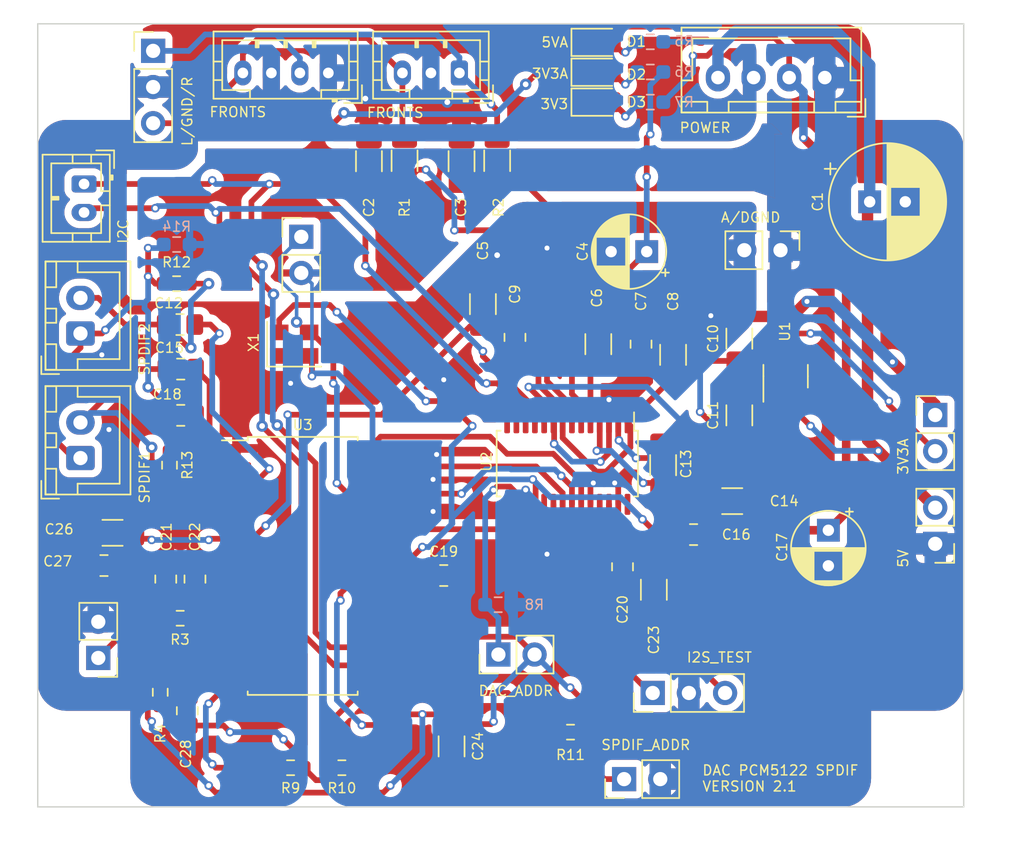
<source format=kicad_pcb>
(kicad_pcb (version 20221018) (generator pcbnew)
  (layers (0 "F.Cu" signal) (31 "B.Cu" signal) (34 "B.Paste" user) (35 "F.Paste" user) (36 "B.SilkS" user "B.Silkscreen") (37 "F.SilkS" user "F.Silkscreen") (38 "B.Mask" user) (39 "F.Mask" user) (44 "Edge.Cuts" user))
  (net 0 "")
  (net 1 "3V3")
  (net 2 "AGND")
  (net 3 "VOUT1")
  (net 4 "LEFT_FRONT")
  (net 5 "VOUT2")
  (net 6 "RIGHT_FRONT")
  (net 7 "Net-(D1-A)")
  (net 8 "Net-(D2-A)")
  (net 9 "GND")
  (net 10 "Net-(U2-VNEG)")
  (net 11 "5V")
  (net 12 "I2S_DATA")
  (net 13 "I2S_BCLK")
  (net 14 "I2S_LRCLK")
  (net 15 "3V3A")
  (net 16 "I2S_SCLK")
  (net 17 "Net-(U2-CAPP)")
  (net 18 "Net-(U2-CAPM)")
  (net 19 "Net-(U2-LDOO)")
  (net 20 "Net-(D3-A)")
  (net 25 "SCL")
  (net 26 "SDA")
  (net 28 "I2C_ADDR")
  (net 29 "Net-(U3-~{RESET})")
  (net 31 "SPDIF_P1")
  (net 32 "SPDIF_P2")
  (net 33 "Net-(U3-RXN)")
  (net 34 "Net-(U3-RXP0)")
  (net 35 "Net-(U3-RXP1)")
  (net 36 "FILT")
  (net 37 "Net-(C21-Pad1)")
  (net 38 "Net-(U3-AD0{slash}~{CS}{slash}NV{slash}RERR)")
  (net 39 "Net-(U3-AD1{slash}CDIN{slash}~{AUDIO})")
  (net 40 "Net-(J11-Pin_1)")
  (net 41 "OMCK")
  (net 43 "GPO0")
  (net 44 "FGND")
  (footprint "LED_SMD:LED_0805_2012Metric_Pad1.15x1.40mm_HandSolder" (layer "F.Cu") (at 77.125 27.9)
    (fp_text reference "D2")
    (fp_text value "YELLOW")
  )
  (footprint "Capacitor_SMD:C_0805_2012Metric_Pad1.18x1.45mm_HandSolder" (layer "F.Cu") (at 47.8375 48.75)
    (fp_text reference "C15")
    (fp_text value "0.01u")
  )
  (footprint "Capacitor_SMD:C_1206_3216Metric_Pad1.33x1.80mm_HandSolder" (layer "F.Cu") (at 81.7 55.5 90)
    (fp_text reference "C13")
    (fp_text value "2.2u")
  )
  (footprint "Resistor_SMD:R_1206_3216Metric_Pad1.30x1.75mm_HandSolder" (layer "F.Cu") (at 70.05 34.12 -90)
    (fp_text reference "R2")
    (fp_text value "470R")
  )
  (footprint "LED_SMD:LED_0805_2012Metric_Pad1.15x1.40mm_HandSolder" (layer "F.Cu") (at 77.125 25.8)
    (fp_text reference "D1")
    (fp_text value "BLUE")
  )
  (footprint "Capacitor_SMD:C_1206_3216Metric_Pad1.33x1.80mm_HandSolder" (layer "F.Cu") (at 81.05 64.25 -90)
    (fp_text reference "C23")
    (fp_text value "10u")
  )
  (footprint "Capacitor_SMD:C_1206_3216Metric_Pad1.33x1.80mm_HandSolder" (layer "F.Cu") (at 86.55 58.025)
    (fp_text reference "C14")
    (fp_text value "10u")
  )
  (footprint "Capacitor_SMD:C_0805_2012Metric_Pad1.18x1.45mm_HandSolder" (layer "F.Cu") (at 71.3 46.525 90)
    (fp_text reference "C9")
    (fp_text value "0.1u")
  )
  (footprint "Capacitor_SMD:C_1206_3216Metric_Pad1.33x1.80mm_HandSolder" (layer "F.Cu") (at 87.05 52 -90)
    (fp_text reference "C11")
    (fp_text value "1u")
  )
  (footprint "Connector_PinHeader_2.54mm:PinHeader_1x03_P2.54mm_Vertical" (layer "F.Cu") (at 80.97 71.5 90)
    (fp_text reference "J13" hide)
    (fp_text value "Conn_01x03_Pin")
  )
  (footprint "Package_SO:TSSOP-28_4.4x9.7mm_P0.65mm" (layer "F.Cu") (at 74.975 55.3875 -90)
    (fp_text reference "U2")
    (fp_text value "PCM5122PW")
  )
  (footprint "Connector_PinHeader_2.54mm:PinHeader_1x02_P2.54mm_Vertical" (layer "F.Cu") (at 56.3 39.46)
    (fp_text reference "J14" hide)
    (fp_text value "Conn_01x02_Pin")
  )
  (footprint "Capacitor_SMD:C_1206_3216Metric_Pad1.33x1.80mm_HandSolder" (layer "F.Cu") (at 67.55 34.15 -90)
    (fp_text reference "C3")
    (fp_text value "2.2n")
  )
  (footprint "Resistor_SMD:R_0603_1608Metric_Pad0.98x0.95mm_HandSolder" (layer "F.Cu") (at 46.4 71.45 90)
    (fp_text reference "R4")
    (fp_text value "100k")
  )
  (footprint "Resistor_SMD:R_0603_1608Metric_Pad0.98x0.95mm_HandSolder" (layer "F.Cu") (at 59.15 76.75 180)
    (fp_text reference "R10")
    (fp_text value "4.7K")
  )
  (footprint "Connector_JST:JST_PH_B3B-PH-K_1x03_P2.00mm_Vertical" (layer "F.Cu") (at 67.4 27.95 180)
    (fp_text reference "J2" hide)
    (fp_text value "Conn_01x03_Pin")
  )
  (footprint "Resistor_SMD:R_0603_1608Metric_Pad0.98x0.95mm_HandSolder" (layer "F.Cu") (at 55.55 76.75 180)
    (fp_text reference "R9")
    (fp_text value "4.7K")
  )
  (footprint "Resistor_SMD:R_1206_3216Metric_Pad1.30x1.75mm_HandSolder" (layer "F.Cu") (at 63.55 34.12 -90)
    (fp_text reference "R1")
    (fp_text value "470R")
  )
  (footprint "Capacitor_SMD:C_1206_3216Metric_Pad1.33x1.80mm_HandSolder" (layer "F.Cu") (at 43.05 60.25)
    (fp_text reference "C26")
    (fp_text value "10u")
  )
  (footprint "Resistor_SMD:R_0603_1608Metric_Pad0.98x0.95mm_HandSolder" (layer "F.Cu") (at 47.05 55.5 90)
    (fp_text reference "R13")
    (fp_text value "75R")
  )
  (footprint "Capacitor_SMD:C_0805_2012Metric_Pad1.18x1.45mm_HandSolder" (layer "F.Cu") (at 48.3 72.75 90)
    (fp_text reference "C28")
    (fp_text value "1u")
  )
  (footprint "Resistor_SMD:R_0603_1608Metric_Pad0.98x0.95mm_HandSolder" (layer "F.Cu") (at 75.2 74.25 180)
    (fp_text reference "R11")
    (fp_text value "4.7K")
  )
  (footprint "Connector_JST:JST_PH_B2B-PH-K_1x02_P2.00mm_Vertical" (layer "F.Cu") (at 41.05 35.75 -90)
    (fp_text reference "J4" hide)
    (fp_text value "Conn_01x02_Male")
  )
  (footprint "Capacitor_SMD:C_1206_3216Metric_Pad1.33x1.80mm_HandSolder" (layer "F.Cu") (at 82.4 47.75 90)
    (fp_text reference "C8")
    (fp_text value "10u")
  )
  (footprint "Package_TO_SOT_SMD:TSOT-23-5" (layer "F.Cu") (at 90.3 49.25 90)
    (fp_text reference "U1")
    (fp_text value "NCV8161")
  )
  (footprint "Capacitor_SMD:C_0805_2012Metric_Pad1.18x1.45mm_HandSolder" (layer "F.Cu") (at 46.7875 63.5 90)
    (fp_text reference "C21")
    (fp_text value "22n")
  )
  (footprint "Capacitor_THT:CP_Radial_D8.0mm_P2.50mm" (layer "F.Cu") (at 96.2 37)
    (fp_text reference "C1")
    (fp_text value " 330u 16V")
  )
  (footprint "Capacitor_SMD:C_0805_2012Metric_Pad1.18x1.45mm_HandSolder" (layer "F.Cu") (at 47.8375 52)
    (fp_text reference "C18")
    (fp_text value "0.01u")
  )
  (footprint "Oscillator:Oscillator_SMD_Abracon_ASE-4Pin_3.2x2.5mm" (layer "F.Cu") (at 55.8 47)
    (fp_text reference "X1")
    (fp_text value "ASE-xxxMHz")
  )
  (footprint "Connector_JST:JST_XH_B2B-XH-A_1x02_P2.50mm_Vertical" (layer "F.Cu") (at 40.8 55 90)
    (fp_text reference "J9" hide)
    (fp_text value "Conn_01x02_Male")
  )
  (footprint "Package_SO:SOIC-28W_7.5x17.9mm_P1.27mm" (layer "F.Cu") (at 56.4 62.575)
    (fp_text reference "U3")
    (fp_text value "CS8416-xZZ")
  )
  (footprint "Connector_PinHeader_2.54mm:PinHeader_1x02_P2.54mm_Vertical" (layer "F.Cu") (at 70.1375 68.8 90)
    (fp_text reference "J10" hide)
    (fp_text value "Conn_01x02_Pin")
  )
  (footprint "Capacitor_SMD:C_0805_2012Metric_Pad1.18x1.45mm_HandSolder" (layer "F.Cu") (at 80.15 47 -90)
    (fp_text reference "C7")
    (fp_text value "0.1u")
  )
  (footprint "Capacitor_THT:CP_Radial_D5.0mm_P2.50mm" (layer "F.Cu") (at 93.3 60.069888 -90)
    (fp_text reference "C17")
    (fp_text value "100u 16V")
  )
  (footprint "Connector_PinHeader_2.54mm:PinHeader_1x03_P2.54mm_Vertical" (layer "F.Cu") (at 45.9 26.4)
    (fp_text reference "J1" hide)
    (fp_text value "Conn_01x03_Male")
  )
  (footprint "Connector_PinHeader_2.54mm:PinHeader_1x02_P2.54mm_Vertical" (layer "F.Cu") (at 89.94 40.4 -90)
    (fp_text reference "J5" hide)
    (fp_text value "Conn_01x02_Pin")
  )
  (footprint "Resistor_SMD:R_0603_1608Metric_Pad0.98x0.95mm_HandSolder" (layer "F.Cu") (at 47.8 66.25)
    (fp_text reference "R3")
    (fp_text value "3K")
  )
  (footprint "Connector_PinHeader_2.54mm:PinHeader_1x02_P2.54mm_Vertical" (layer "F.Cu") (at 78.96 77.55 90)
    (fp_text reference "J11" hide)
    (fp_text value "Conn_01x02_Pin")
  )
  (footprint "MountingHole:MountingHole_3.2mm_M3" (layer "F.Cu") (at 100.3 77)
    (fp_text reference "H4" hide)
    (fp_text value "MountingHole")
  )
  (footprint "Capacitor_SMD:C_1206_3216Metric_Pad1.33x1.80mm_HandSolder" (layer "F.Cu") (at 87.05 46.6125 90)
    (fp_text reference "C10")
    (fp_text value "1u")
  )
  (footprint "Connector_PinHeader_2.54mm:PinHeader_1x02_P2.54mm_Vertical" (layer "F.Cu") (at 42.05 69.04 180)
    (fp_text reference "J15" hide)
    (fp_text value "Conn_01x02_Pin")
  )
  (footprint "Resistor_SMD:R_0603_1608Metric_Pad0.98x0.95mm_HandSolder" (layer "F.Cu") (at 47.55 42.75 180)
    (fp_text reference "R12")
    (fp_text value "75R")
  )
  (footprint "Connector_PinHeader_2.54mm:PinHeader_1x02_P2.54mm_Vertical" (layer "F.Cu") (at 100.8 61.025 180)
    (fp_text reference "J8" hide)
    (fp_text value "Conn_01x02_Pin")
  )
  (footprint "Capacitor_THT:CP_Radial_D5.0mm_P2.50mm" (layer "F.Cu") (at 80.55 40.5 180)
    (fp_text reference "C4")
    (fp_text value "100u 16V")
  )
  (footprint "Capacitor_SMD:C_1206_3216Metric_Pad1.33x1.80mm_HandSolder" (layer "F.Cu") (at 77.15 47 -90)
    (fp_text reference "C6")
    (fp_text value "2.2u")
  )
  (footprint "Capacitor_SMD:C_0805_2012Metric_Pad1.18x1.45mm_HandSolder" (layer "F.Cu") (at 66.3 63.25)
    (fp_text reference "C19")
    (fp_text value "0.1u")
  )
  (footprint "MountingHole:MountingHole_3.2mm_M3" (layer "F.Cu") (at 40.3 27)
    (fp_text reference "H1" hide)
    (fp_text value "MountingHole")
  )
  (footprint "Capacitor_SMD:C_0805_2012Metric_Pad1.18x1.45mm_HandSolder" (layer "F.Cu") (at 42.45 62.55)
    (fp_text reference "C27")
    (fp_text value "0.1u")
  )
  (footprint "Capacitor_SMD:C_1206_3216Metric_Pad1.33x1.80mm_HandSolder" (layer "F.Cu") (at 61.05 34.15 -90)
    (fp_text reference "C2")
    (fp_text value "2.2n")
  )
  (footprint "LED_SMD:LED_0805_2012Metric_Pad1.15x1.40mm_HandSolder" (layer "F.Cu") (at 77.125 30)
    (fp_text reference "D3")
    (fp_text value "YELLOW")
  )
  (footprint "Connector_JST:JST_XH_B2B-XH-A_1x02_P2.50mm_Vertical" (layer "F.Cu") (at 40.8 46.25 90)
    (fp_text reference "J7" hide)
    (fp_text value "Conn_01x02_Male")
  )
  (footprint "Connector_PinHeader_2.54mm:PinHeader_1x02_P2.54mm_Vertical" (layer "F.Cu") (at 100.8 51.975)
    (fp_text reference "J6" hide)
    (fp_text value "Conn_01x02_Pin")
  )
  (footprint "Connector_JST:JST_XH_B4B-XH-A_1x04_P2.50mm_Vertical" (layer "F.Cu") (at 93.05 28.275 180)
    (fp_text reference "J3" hide)
    (fp_text value "Conn_01x04_Pin")
  )
  (footprint "Capacitor_SMD:C_0805_2012Metric_Pad1.18x1.45mm_HandSolder" (layer "F.Cu") (at 48.8375 63.5 -90)
    (fp_text reference "C22")
    (fp_text value "1n")
  )
  (footprint "Capacitor_SMD:C_1206_3216Metric_Pad1.33x1.80mm_HandSolder" (layer "F.Cu") (at 66.85 75.25 -90)
    (fp_text reference "C24")
    (fp_text value "10u")
  )
  (footprint "MountingHole:MountingHole_3.2mm_M3" (layer "F.Cu") (at 40.3 77)
    (fp_text reference "H3" hide)
    (fp_text value "MountingHole")
  )
  (footprint "Capacitor_SMD:C_1206_3216Metric_Pad1.33x1.80mm_HandSolder" (layer "F.Cu") (at 69.05 44.1875 90)
    (fp_text reference "C5")
    (fp_text value "10u")
  )
  (footprint "Capacitor_SMD:C_0805_2012Metric_Pad1.18x1.45mm_HandSolder" (layer "F.Cu") (at 47.787478 45.620604)
    (fp_text reference "C12")
    (fp_text value "0.01u")
  )
  (footprint "Capacitor_SMD:C_0805_2012Metric_Pad1.18x1.45mm_HandSolder" (layer "F.Cu") (at 78.85 62.6375 -90)
    (fp_text reference "C20")
    (fp_text value "0.1u")
  )
  (footprint "MountingHole:MountingHole_3.2mm_M3" (layer "F.Cu") (at 100.3 27)
    (fp_text reference "H2" hide)
    (fp_text value "MountingHole")
  )
  (footprint "Connector_JST:JST_PH_B4B-PH-K_1x04_P2.00mm_Vertical" (layer "F.Cu") (at 58.2 27.95 180)
    (fp_text reference "J12" hide)
    (fp_text value "Conn_01x04_Pin")
  )
  (footprint "Capacitor_SMD:C_0805_2012Metric_Pad1.18x1.45mm_HandSolder" (layer "F.Cu") (at 83.8375 60.375 180)
    (fp_text reference "C16")
    (fp_text value "0.1u")
  )
  (footprint "Resistor_SMD:R_0603_1608Metric_Pad0.98x0.95mm_HandSolder" (layer "B.Cu") (at 70.1225 65.3)
    (fp_text reference "R8")
    (fp_text value "4.7K")
  )
  (footprint "Resistor_SMD:R_0603_1608Metric_Pad0.98x0.95mm_HandSolder" (layer "B.Cu") (at 80.8 30 180)
    (fp_text reference "R7")
    (fp_text value "430R")
  )
  (footprint "Resistor_SMD:R_0603_1608Metric_Pad0.98x0.95mm_HandSolder" (layer "B.Cu") (at 80.8 27.8825 180)
    (fp_text reference "R6")
    (fp_text value "430R")
  )
  (footprint "Resistor_SMD:R_0603_1608Metric_Pad0.98x0.95mm_HandSolder" (layer "B.Cu") (at 80.8 25.765 180)
    (fp_text reference "R5")
    (fp_text value "1K")
  )
  (footprint "Resistor_SMD:R_0603_1608Metric_Pad0.98x0.95mm_HandSolder" (layer "B.Cu") (at 47.55 40)
    (fp_text reference "R14")
    (fp_text value "FERRITE")
  )
  (gr_line (start 102.8 24.5) (end 102.8 79.5) (stroke (width 0.1)) (layer "Edge.Cuts"))
  (gr_line (start 37.8 24.5) (end 102.8 24.5) (stroke (width 0.1)) (layer "Edge.Cuts"))
  (gr_line (start 102.8 79.5) (end 37.8 79.5) (stroke (width 0.1)) (layer "Edge.Cuts"))
  (gr_line (start 37.8 79.5) (end 37.8 24.5) (stroke (width 0.1)) (layer "Edge.Cuts"))
  (gr_text "FRONTS" (at 49.8 30.7) (layer "F.SilkS") (effects (font (size 0.7 0.7) (thickness 0.1)) (justify left)))
  (gr_text "5V" (at 98.55 62.75 90) (layer "F.SilkS") (effects (font (size 0.7 0.7) (thickness 0.1)) (justify left)))
  (gr_text "5VA" (at 73.1 25.8) (layer "F.SilkS") (effects (font (size 0.7 0.7) (thickness 0.1)) (justify left)))
  (gr_text "POWER" (at 82.8 31.8) (layer "F.SilkS") (effects (font (size 0.7 0.7) (thickness 0.1)) (justify left)))
  (gr_text "3V3A" (at 72.433333 28) (layer "F.SilkS") (effects (font (size 0.7 0.7) (thickness 0.1)) (justify left)))
  (gr_text "I2C\n" (at 43.8 40 90) (layer "F.SilkS") (effects (font (size 0.7 0.7) (thickness 0.1)) (justify left)))
  (gr_text "FRONTS" (at 60.85 30.75) (layer "F.SilkS") (effects (font (size 0.7 0.7) (thickness 0.1)) (justify left)))
  (gr_text "DAC PCM5122 SPDIF\nVERSION 2.1" (at 84.4 77.5) (layer "F.SilkS") (effects (font (size 0.7 0.7) (thickness 0.1)) (justify left)))
  (gr_text "SPDIF_ADDR" (at 77.3 75.15) (layer "F.SilkS") (effects (font (size 0.7 0.7) (thickness 0.1)) (justify left)))
  (gr_text "L/GND/R" (at 48.3 33.14 90) (layer "F.SilkS") (effects (font (size 0.7 0.7) (thickness 0.1)) (justify left)))
  (gr_text "I2S_TEST" (at 83.3 69) (layer "F.SilkS") (effects (font (size 0.7 0.7) (thickness 0.1)) (justify left)))
  (gr_text "SPDIF2" (at 45.3 49.25 90) (layer "F.SilkS") (effects (font (size 0.7 0.7) (thickness 0.1)) (justify left)))
  (gr_text "A/DGND" (at 85.7 38.1) (layer "F.SilkS") (effects (font (size 0.7 0.7) (thickness 0.1)) (justify left)))
  (gr_text "3V3A" (at 98.55 56.225 90) (layer "F.SilkS") (effects (font (size 0.7 0.7) (thickness 0.1)) (justify left)))
  (gr_text "3V3" (at 73.033333 30.135) (layer "F.SilkS") (effects (font (size 0.7 0.7) (thickness 0.1)) (justify left)))
  (gr_text "DAC_ADDR" (at 68.6875 71.35) (layer "F.SilkS") (effects (font (size 0.7 0.7) (thickness 0.1)) (justify left)))
  (gr_text "SPDIF1" (at 45.3 58.25 90) (layer "F.SilkS") (effects (font (size 0.7 0.7) (thickness 0.1)) (justify left)))
  (segment (start 83.8 26.75) (end 84.8 26.75) (width 0.4) (layer "F.Cu") (net 1))
  (segment (start 54.75 45.3) (end 55.8 44.25) (width 0.4) (layer "F.Cu") (net 1))
  (segment (start 45.525 73.225) (end 45.8 73.5) (width 0.4) (layer "F.Cu") (net 1))
  (segment (start 62.15 73) (end 64.8 73) (width 0.4) (layer "F.Cu") (net 1))
  (segment (start 58.3 44.25) (end 58.8 44.75) (width 0.4) (layer "F.Cu") (net 1))
  (segment (start 72.7 58.25) (end 72.75 58.2) (width 0.4) (layer "F.Cu") (net 1))
  (segment (start 86.05 25.5) (end 89.55 25.5) (width 0.4) (layer "F.Cu") (net 1))
  (segment (start 66.3375 67.55) (end 71.4275 67.55) (width 0.4) (layer "F.Cu") (net 1))
  (segment (start 76.1125 72.0625) (end 75.175 71.125) (width 0.4) (layer "F.Cu") (net 1))
  (segment (start 82.8 60.375) (end 81.325 60.375) (width 0.4) (layer "F.Cu") (net 1))
  (segment (start 87.032388 60.069888) (end 84.9875 58.025) (width 0.6) (layer "F.Cu") (net 1))
  (segment (start 59.3 64.25) (end 59.3 61.395) (width 0.4) (layer "F.Cu") (net 1))
  (segment (start 45.525 71.4125) (end 45.525 73.225) (width 0.4) (layer "F.Cu") (net 1))
  (segment (start 65.2625 66.475) (end 66.3375 67.55) (width 0.4) (layer "F.Cu") (net 1))
  (segment (start 80.25 59.3) (end 79.2 58.25) (width 0.4) (layer "F.Cu") (net 1))
  (segment (start 62.6825 60.67) (end 61.05 60.67) (width 0.4) (layer "F.Cu") (net 1))
  (segment (start 84.8 26.75) (end 86.05 25.5) (width 0.4) (layer "F.Cu") (net 1))
  (segment (start 64.03125 62.01875) (end 62.6825 60.67) (width 0.4) (layer "F.Cu") (net 1))
  (segment (start 66.1625 73) (end 66.85 73.6875) (width 0.4) (layer "F.Cu") (net 1))
  (segment (start 50.3 78.5) (end 49.8 78) (width 0.4) (layer "F.Cu") (net 1))
  (segment (start 84.9875 58.1875) (end 82.8 60.375) (width 0.6) (layer "F.Cu") (net 1))
  (segment (start 62.05 78.5) (end 50.3 78.5) (width 0.4) (layer "F.Cu") (net 1))
  (segment (start 72.75 58.2) (end 72.75 56.7) (width 0.4) (layer "F.Cu") (net 1))
  (segment (start 94.55 35.5) (end 91.55 32.5) (width 0.6) (layer "F.Cu") (net 1))
  (segment (start 59.3 61.395) (end 60.025 60.67) (width 0.4) (layer "F.Cu") (net 1))
  (segment (start 81.325 60.375) (end 80.25 59.3) (width 0.4) (layer "F.Cu") (net 1))
  (segment (start 65.2625 63.25) (end 65.2625 66.475) (width 0.4) (layer "F.Cu") (net 1))
  (segment (start 59.3 64.25) (end 59.05 64.5) (width 0.4) (layer "F.Cu") (net 1))
  (segment (start 72.75 56.7) (end 72.55 56.5) (width 0.4) (layer "F.Cu") (net 1))
  (segment (start 55.8 44.25) (end 58.3 44.25) (width 0.4) (layer "F.Cu") (net 1))
  (segment (start 65.2625 63.25) (end 64.03125 62.01875) (width 0.4) (layer "F.Cu") (net 1))
  (segment (start 94.55 58.819888) (end 94.55 35.5) (width 0.6) (layer "F.Cu") (net 1))
  (segment (start 60.55 73.75) (end 61.4 73.75) (width 0.4) (layer "F.Cu") (net 1))
  (segment (start 76.1125 74.25) (end 76.1125 72.0625) (width 0.4) (layer "F.Cu") (net 1))
  (segment (start 62.05 78.5) (end 62.55 78) (width 0.4) (layer "F.Cu") (net 1))
  (segment (start 93.3 60.069888) (end 87.032388 60.069888) (width 0.6) (layer "F.Cu") (net 1))
  (segment (start 69.6125 73.6875) (end 69.8 73.5) (width 0.4) (layer "F.Cu") (net 1))
  (segment (start 60.34 63.21) (end 59.3 64.25) (width 0.4) (layer "F.Cu") (net 1))
  (segment (start 64.8 61.25) (end 64.03125 62.01875) (width 0.4) (layer "F.Cu") (net 1))
  (segment (start 61.4 73.75) (end 62.15 73) (width 0.4) (layer "F.Cu") (net 1))
  (segment (start 65.05 51) (end 66.55 51) (width 0.4) (layer "F.Cu") (net 1))
  (segment (start 66.85 73.6875) (end 69.6125 73.6875) (width 0.4) (layer "F.Cu") (net 1))
  (segment (start 46.4 70.5375) (end 45.525 71.4125) (width 0.4) (layer "F.Cu") (net 1))
  (segment (start 64.8 73) (end 66.1625 73) (width 0.4) (layer "F.Cu") (net 1))
  (segment (start 54.75 46.175) (end 54.75 45.3) (width 0.4) (layer "F.Cu") (net 1))
  (segment (start 66.55 51) (end 68.3 52.75) (width 0.4) (layer "F.Cu") (net 1))
  (segment (start 89.55 25.5) (end 90.55 26.5) (width 0.4) (layer "F.Cu") (net 1))
  (segment (start 71.4275 67.55) (end 72.6775 68.8) (width 0.4) (layer "F.Cu") (net 1))
  (segment (start 60.025 60.67) (end 61.05 60.67) (width 0.4) (layer "F.Cu") (net 1))
  (segment (start 90.55 26.5) (end 90.55 28.275) (width 0.4) (layer "F.Cu") (net 1))
  (segment (start 93.3 60.069888) (end 94.55 58.819888) (width 0.6) (layer "F.Cu") (net 1))
  (segment (start 59.05 64.5) (end 59.05 65) (width 0.4) (layer "F.Cu") (net 1))
  (via (at 45.8 73.5) (size 0.6) (drill 0.35) (layers "F.Cu" "B.Cu") (net 1))
  (via (at 64.8 61.25) (size 0.6) (drill 0.35) (layers "F.Cu" "B.Cu") (net 1))
  (via (at 65.05 51) (size 0.6) (drill 0.35) (layers "F.Cu" "B.Cu") (net 1))
  (via (at 69.8 73.5) (size 0.6) (drill 0.35) (layers "F.Cu" "B.Cu") (net 1))
  (via (at 58.8 44.75) (size 0.6) (drill 0.35) (layers "F.Cu" "B.Cu") (net 1))
  (via (at 64.8 73) (size 0.6) (drill 0.35) (layers "F.Cu" "B.Cu") (net 1))
  (via (at 75.175 71.125) (size 0.6) (drill 0.35) (layers "F.Cu" "B.Cu") (net 1))
  (via (at 80.25 59.3) (size 0.6) (drill 0.35) (layers "F.Cu" "B.Cu") (net 1))
  (via (at 83.8 26.75) (size 0.6) (drill 0.35) (layers "F.Cu" "B.Cu") (net 1))
  (via (at 60.55 73.75) (size 0.6) (drill 0.35) (layers "F.Cu" "B.Cu") (net 1))
  (via (at 91.55 32.5) (size 0.6) (drill 0.35) (layers "F.Cu" "B.Cu") (net 1))
  (via (at 59.05 65) (size 0.6) (drill 0.35) (layers "F.Cu" "B.Cu") (net 1))
  (via (at 62.55 78) (size 0.6) (drill 0.35) (layers "F.Cu" "B.Cu") (net 1))
  (via (at 49.8 78) (size 0.6) (drill 0.35) (layers "F.Cu" "B.Cu") (net 1))
  (via (at 72.55 56.5) (size 0.6) (drill 0.35) (layers "F.Cu" "B.Cu") (net 1))
  (via (at 68.3 52.75) (size 0.6) (drill 0.35) (layers "F.Cu" "B.Cu") (net 1))
  (segment (start 66.85 54.2) (end 66.85 59.55) (width 0.4) (layer "B.Cu") (net 1))
  (segment (start 91.55 32.5) (end 91.55 29.275) (width 0.6) (layer "B.Cu") (net 1))
  (segment (start 66.85 59.55) (end 66.901369 59.601369) (width 0.4) (layer "B.Cu") (net 1))
  (segment (start 62.55 78) (end 64.8 75.75) (width 0.4) (layer "B.Cu") (net 1))
  (segment (start 58.8 72) (end 58.8 65.25) (width 0.4) (layer "B.Cu") (net 1))
  (segment (start 69.8 73.5) (end 69.8 71.6775) (width 0.4) (layer "B.Cu") (net 1))
  (segment (start 72.6775 68.8) (end 75.0025 71.125) (width 0.4) (layer "B.Cu") (net 1))
  (segment (start 58.8 44.75) (end 65.05 51) (width 0.4) (layer "B.Cu") (net 1))
  (segment (start 45.8 74) (end 45.8 73.5) (width 0.4) (layer "B.Cu") (net 1))
  (segment (start 64.8 75.75) (end 64.8 73) (width 0.4) (layer "B.Cu") (net 1))
  (segment (start 72.55 56.5) (end 69.56005 56.5) (width 0.4) (layer "B.Cu") (net 1))
  (segment (start 81.7125 30) (end 83.8 27.9125) (width 0.4) (layer "B.Cu") (net 1))
  (segment (start 83.8 27.9125) (end 83.8 26.75) (width 0.4) (layer "B.Cu") (net 1))
  (segment (start 68.3 52.75) (end 66.85 54.2) (width 0.4) (layer "B.Cu") (net 1))
  (segment (start 65.252737 61.25) (end 64.8 61.25) (width 0.4) (layer "B.Cu") (net 1))
  (segment (start 60.55 73.75) (end 58.8 72) (width 0.4) (layer "B.Cu") (net 1))
  (segment (start 91.55 29.275) (end 90.55 28.275) (width 0.6) (layer "B.Cu") (net 1))
  (segment (start 66.901369 59.601369) (end 65.252737 61.25) (width 0.4) (layer "B.Cu") (net 1))
  (segment (start 49.8 78) (end 45.8 74) (width 0.4) (layer "B.Cu") (net 1))
  (segment (start 72.55 56.5) (end 73.8 57.75) (width 0.4) (layer "B.Cu") (net 1))
  (segment (start 73.8 57.75) (end 78.7 57.75) (width 0.4) (layer "B.Cu") (net 1))
  (segment (start 69.8 71.6775) (end 72.6775 68.8) (width 0.4) (layer "B.Cu") (net 1))
  (segment (start 75.0025 71.125) (end 75.175 71.125) (width 0.4) (layer "B.Cu") (net 1))
  (segment (start 58.8 65.25) (end 59.05 65) (width 0.4) (layer "B.Cu") (net 1))
  (segment (start 69.56005 56.5) (end 66.901369 59.158681) (width 0.4) (layer "B.Cu") (net 1))
  (segment (start 66.901369 59.158681) (end 66.901369 59.601369) (width 0.4) (layer "B.Cu") (net 1))
  (segment (start 78.7 57.75) (end 80.25 59.3) (width 0.4) (layer "B.Cu") (net 1))
  (segment (start 77.9 54.65) (end 77.3 55.25) (width 0.4) (layer "F.Cu") (net 2))
  (segment (start 90.3 51.05) (end 87.7875 53.5625) (width 0.4) (layer "F.Cu") (net 2))
  (segment (start 100.8 51.25) (end 97.8 48.25) (width 0.8) (layer "F.Cu") (net 2))
  (segment (start 67.55 31) (end 66.55 30) (width 0.4) (layer "F.Cu") (net 2))
  (segment (start 77.9 52.525) (end 77.9 54.65) (width 0.4) (layer "F.Cu") (net 2))
  (segment (start 87.05 45.05) (end 90.75 45.05) (width 0.8) (layer "F.Cu") (net 2))
  (segment (start 74.05 52.575) (end 74 52.525) (width 0.4) (layer "F.Cu") (net 2))
  (segment (start 67.55 32.5875) (end 67.55 31) (width 0.4) (layer "F.Cu") (net 2))
  (segment (start 100.8 51.975) (end 100.8 51.25) (width 0.8) (layer "F.Cu") (net 2))
  (segment (start 61.05 32.5875) (end 61.05 30) (width 0.4) (layer "F.Cu") (net 2))
  (segment (start 90.3 50.3875) (end 90.3 51.05) (width 0.4) (layer "F.Cu") (net 2))
  (segment (start 77.9 52.525) (end 77.9 50.9) (width 0.4) (layer "F.Cu") (net 2))
  (segment (start 85.05 45) (end 87 45) (width 0.4) (layer "F.Cu") (net 2))
  (segment (start 87.7875 53.5625) (end 87.05 53.5625) (width 0.4) (layer "F.Cu") (net 2))
  (segment (start 87.05 53.5625) (end 86.1125 53.5625) (width 0.4) (layer "F.Cu") (net 2))
  (segment (start 74.05 54) (end 74.05 52.575) (width 0.4) (layer "F.Cu") (net 2))
  (segment (start 90.75 45.05) (end 91.8 44) (width 0.8) (layer "F.Cu") (net 2))
  (segment (start 78.05 50.75) (end 77.9 50.9) (width 0.4) (layer "F.Cu") (net 2))
  (segment (start 61.05 30) (end 60.8 29.75) (width 0.4) (layer "F.Cu") (net 2))
  (segment (start 86.1125 53.5625) (end 84.3 51.75) (width 0.4) (layer "F.Cu") (net 2))
  (via (at 66.3 49.5) (size 0.6) (drill 0.35) (layers "F.Cu" "B.Cu") (net 2))
  (via (at 77.9 50.9) (size 0.6) (drill 0.35) (layers "F.Cu" "B.Cu") (net 2))
  (via (at 97.8 48.25) (size 0.6) (drill 0.35) (layers "F.Cu" "B.Cu") (net 2))
  (via (at 55.55 49.75) (size 0.6) (drill 0.35) (layers "F.Cu" "B.Cu") (net 2))
  (via (at 42.8 53) (size 0.6) (drill 0.35) (layers "F.Cu" "B.Cu") (net 2))
  (via (at 74.05 54) (size 0.6) (drill 0.35) (layers "F.Cu" "B.Cu") (net 2))
  (via (at 42.3 47.75) (size 0.6) (drill 0.35) (layers "F.Cu" "B.Cu") (net 2))
  (via (at 91.8 44) (size 0.6) (drill 0.35) (layers "F.Cu" "B.Cu") (net 2))
  (via (at 66.55 30) (size 0.8) (drill 0.4) (layers "F.Cu" "B.Cu") (net 2))
  (via (at 84.3 51.75) (size 0.6) (drill 0.35) (layers "F.Cu" "B.Cu") (net 2))
  (via (at 85.05 45) (size 0.6) (drill 0.35) (layers "F.Cu" "B.Cu") (net 2))
  (via (at 70.05 40.75) (size 0.8) (drill 0.4) (layers "F.Cu" "B.Cu") (net 2))
  (via (at 77.3 55.25) (size 0.6) (drill 0.35) (layers "F.Cu" "B.Cu") (net 2))
  (via (at 73.55 40.25) (size 0.6) (drill 0.35) (layers "F.Cu" "B.Cu") (net 2))
  (via (at 60.8 29.75) (size 0.8) (drill 0.4) (layers "F.Cu" "B.Cu") (net 2))
  (segment (start 77.3 55.25) (end 75.3 55.25) (width 0.4) (layer "B.Cu") (net 2))
  (segment (start 93.55 44) (end 91.8 44) (width 0.8) (layer "B.Cu") (net 2))
  (segment (start 97.8 48.25) (end 93.55 44) (width 0.8) (layer "B.Cu") (net 2))
  (segment (start 70.55 40.25) (end 70.05 40.75) (width 0.4) (layer "B.Cu") (net 2))
  (segment (start 84.3 51.75) (end 84.3 45.75) (width 0.4) (layer "B.Cu") (net 2))
  (segment (start 75.3 55.25) (end 74.05 54) (width 0.4) (layer "B.Cu") (net 2))
  (segment (start 84.3 45.75) (end 85.05 45) (width 0.4) (layer "B.Cu") (net 2))
  (segment (start 73.55 40.25) (end 70.55 40.25) (width 0.4) (layer "B.Cu") (net 2))
  (segment (start 75.3 39) (end 75.3 50.5) (width 0.4) (layer "F.Cu") (net 3))
  (segment (start 75.3 50.5) (end 75.95 51.15) (width 0.4) (layer "F.Cu") (net 3))
  (segment (start 70.05 35.67) (end 71.97 35.67) (width 0.4) (layer "F.Cu") (net 3))
  (segment (start 75.95 51.15) (end 75.95 52.525) (width 0.4) (layer "F.Cu") (net 3))
  (segment (start 71.97 35.67) (end 75.3 39) (width 0.4) (layer "F.Cu") (net 3))
  (segment (start 67.55 35.7125) (end 70.0075 35.7125) (width 0.4) (layer "F.Cu") (net 3))
  (segment (start 70.05 30.565605) (end 69.625 30.140605) (width 0.4) (layer "F.Cu") (net 4))
  (segment (start 70.05 32.57) (end 70.05 30.565605) (width 0.4) (layer "F.Cu") (net 4))
  (via (at 69.625 30.140605) (size 0.6) (drill 0.35) (layers "F.Cu" "B.Cu") (net 4))
  (segment (start 54.55 25.25) (end 65.8 25.25) (width 0.4) (layer "B.Cu") (net 4))
  (segment (start 49.55 25.25) (end 48.4 26.4) (width 0.4) (layer "B.Cu") (net 4))
  (segment (start 56.2 26.9) (end 54.55 25.25) (width 0.4) (layer "B.Cu") (net 4))
  (segment (start 56.2 27.95) (end 56.2 26.9) (width 0.4) (layer "B.Cu") (net 4))
  (segment (start 67.4 27.95) (end 69.590605 30.140605) (width 0.4) (layer "B.Cu") (net 4))
  (segment (start 67.4 26.85) (end 67.4 27.95) (width 0.4) (layer "B.Cu") (net 4))
  (segment (start 69.590605 30.140605) (end 69.625 30.140605) (width 0.4) (layer "B.Cu") (net 4))
  (segment (start 48.4 26.4) (end 45.9 26.4) (width 0.4) (layer "B.Cu") (net 4))
  (segment (start 65.8 25.25) (end 67.4 26.85) (width 0.4) (layer "B.Cu") (net 4))
  (segment (start 54.55 25.25) (end 49.55 25.25) (width 0.4) (layer "B.Cu") (net 4))
  (segment (start 64.47 34.75) (end 63.55 35.67) (width 0.4) (layer "F.Cu") (net 5))
  (segment (start 75.3 51.348528) (end 73.55 49.598528) (width 0.4) (layer "F.Cu") (net 5))
  (segment (start 61.05 35.7125) (end 63.5075 35.7125) (width 0.4) (layer "F.Cu") (net 5))
  (segment (start 73.55 49.598528) (end 73.55 42.25) (width 0.4) (layer "F.Cu") (net 5))
  (segment (start 75.3 52.525) (end 75.3 51.348528) (width 0.4) (layer "F.Cu") (net 5))
  (segment (start 65.05 34.75) (end 64.47 34.75) (width 0.4) (layer "F.Cu") (net 5))
  (segment (start 70.3 39) (end 67.05 39) (width 0.4) (layer "F.Cu") (net 5))
  (segment (start 73.55 42.25) (end 70.3 39) (width 0.4) (layer "F.Cu") (net 5))
  (via (at 65.05 34.75) (size 0.6) (drill 0.35) (layers "F.Cu" "B.Cu") (net 5))
  (via (at 67.05 39) (size 0.6) (drill 0.35) (layers "F.Cu" "B.Cu") (net 5))
  (segment (start 67.05 36.75) (end 65.05 34.75) (width 0.4) (layer "B.Cu") (net 5))
  (segment (start 67.05 39) (end 67.05 36.75) (width 0.4) (layer "B.Cu") (net 5))
  (segment (start 63.4 27.95) (end 60.95 25.5) (width 0.4) (layer "F.Cu") (net 6))
  (segment (start 45.9 31.48) (end 48.67 31.48) (width 0.4) (layer "F.Cu") (net 6))
  (segment (start 53.3 25.5) (end 52.2 26.6) (width 0.4) (layer "F.Cu") (net 6))
  (segment (start 60.95 25.5) (end 53.3 25.5) (width 0.4) (layer "F.Cu") (net 6))
  (segment (start 48.67 31.48) (end 52.2 27.95) (width 0.4) (layer "F.Cu") (net 6))
  (segment (start 52.2 26.6) (end 52.2 27.95) (width 0.4) (layer "F.Cu") (net 6))
  (segment (start 63.4 27.95) (end 63.4 32.42) (width 0.4) (layer "F.Cu") (net 6))
  (segment (start 79.05 26.5) (end 78.85 26.5) (width 0.4) (layer "F.Cu") (net 7))
  (segment (start 78.85 26.5) (end 78.15 25.8) (width 0.4) (layer "F.Cu") (net 7))
  (via (at 79.05 26.5) (size 0.6) (drill 0.35) (layers "F.Cu" "B.Cu") (net 7))
  (segment (start 79.785 25.765) (end 79.05 26.5) (width 0.4) (layer "B.Cu") (net 7))
  (segment (start 79.05 28.75) (end 79 28.75) (width 0.4) (layer "F.Cu") (net 8))
  (segment (start 79 28.75) (end 78.15 27.9) (width 0.4) (layer "F.Cu") (net 8))
  (via (at 79.05 28.75) (size 0.6) (drill 0.35) (layers "F.Cu" "B.Cu") (net 8))
  (segment (start 79.8875 27.9125) (end 79.05 28.75) (width 0.4) (layer "B.Cu") (net 8))
  (segment (start 48.3 73.7875) (end 50.8375 73.7875) (width 0.4) (layer "F.Cu") (net 9))
  (segment (start 76.1 25.8) (end 76.1 27.9) (width 0.4) (layer "F.Cu") (net 9))
  (segment (start 76.6 58.25) (end 76.6 56.95) (width 0.4) (layer "F.Cu") (net 9))
  (segment (start 57.05 48.025) (end 57.05 49.25) (width 0.4) (layer "F.Cu") (net 9))
  (segment (start 78.55 58.25) (end 78.55 57) (width 0.4) (layer "F.Cu") (net 9))
  (segment (start 56.4625 76.75) (end 56.4625 76.1625) (width 0.4) (layer "F.Cu") (net 9))
  (segment (start 93.05 27) (end 93.05 28.275) (width 0.4) (layer "F.Cu") (net 9))
  (segment (start 55.55 34.5) (end 59.3 30.75) (width 0.4) (layer "F.Cu") (net 9))
  (segment (start 72.268608 50.014192) (end 72.268608 50.007386) (width 0.4) (layer "F.Cu") (net 9))
  (segment (start 73.35 52.525) (end 73.35 51.095584) (width 0.4) (layer "F.Cu") (net 9))
  (segment (start 72.05 28.75) (end 72.9 27.9) (width 0.4) (layer "F.Cu") (net 9))
  (segment (start 56.4625 76.75) (end 57.3375 77.625) (width 0.4) (layer "F.Cu") (net 9))
  (segment (start 59.1875 77.625) (end 60.0625 76.75) (width 0.4) (layer "F.Cu") (net 9))
  (segment (start 56.4625 76.1625) (end 55.05 74.75) (width 0.4) (layer "F.Cu") (net 9))
  (segment (start 76.1 25.8) (end 77.2 24.7) (width 0.4) (layer "F.Cu") (net 9))
  (segment (start 57.3375 77.625) (end 59.1875 77.625) (width 0.4) (layer "F.Cu") (net 9))
  (segment (start 72.9 27.9) (end 76.1 27.9) (width 0.4) (layer "F.Cu") (net 9))
  (segment (start 77.2 24.7) (end 90.75 24.7) (width 0.4) (layer "F.Cu") (net 9))
  (segment (start 76.1 30) (end 76.1 27.9) (width 0.4) (layer "F.Cu") (net 9))
  (segment (start 90.75 24.7) (end 93.05 27) (width 0.4) (layer "F.Cu") (net 9))
  (segment (start 72.05 58.25) (end 72.05 57.234616) (width 0.4) (layer "F.Cu") (net 9))
  (segment (start 76.6 56.95) (end 76.8 56.75) (width 0.4) (layer "F.Cu") (net 9))
  (segment (start 73.35 51.095584) (end 72.268608 50.014192) (width 0.4) (layer "F.Cu") (net 9))
  (segment (start 50.8375 73.7875) (end 51.3 74.25) (width 0.4) (layer "F.Cu") (net 9))
  (segment (start 78.55 57) (end 78.3 56.75) (width 0.4) (layer "F.Cu") (net 9))
  (via (at 57.05 49.25) (size 0.6) (drill 0.35) (layers "F.Cu" "B.Cu") (net 9))
  (via (at 59.3 30.75) (size 0.8) (drill 0.4) (layers "F.Cu" "B.Cu") (net 9))
  (via (at 76.8 56.75) (size 0.6) (drill 0.35) (layers "F.Cu" "B.Cu") (net 9))
  (via (at 65.55 56.5) (size 0.6) (drill 0.35) (layers "F.Cu" "B.Cu") (net 9))
  (via (at 73.55 61.75) (size 0.6) (drill 0.35) (layers "F.Cu" "B.Cu") (net 9))
  (via (at 72.268608 50.007386) (size 0.6) (drill 0.35) (layers "F.Cu" "B.Cu") (net 9))
  (via (at 72.05 28.75) (size 0.8) (drill 0.4) (layers "F.Cu" "B.Cu") (net 9))
  (via (at 65.55 58.75) (size 0.6) (drill 0.35) (layers "F.Cu" "B.Cu") (net 9))
  (via (at 78.3 56.75) (size 0.6) (drill 0.35) (layers "F.Cu" "B.Cu") (net 9))
  (via (at 51.3 74.25) (size 0.6) (drill 0.35) (layers "F.Cu" "B.Cu") (net 9))
  (via (at 55.05 74.75) (size 0.6) (drill 0.35) (layers "F.Cu" "B.Cu") (net 9))
  (via (at 72.05 57.234616) (size 0.6) (drill 0.35) (layers "F.Cu" "B.Cu") (net 9))
  (via (at 65.8 54.75) (size 0.6) (drill 0.35) (layers "F.Cu" "B.Cu") (net 9))
  (segment (start 80.55 50) (end 72.275994 50) (width 0.4) (layer "B.Cu") (net 9))
  (segment (start 69.959395 30.840605) (end 72.05 28.75) (width 0.4) (layer "B.Cu") (net 9))
  (segment (start 57.05 42.75) (end 57.05 49.25) (width 0.25) (layer "B.Cu") (net 9))
  (segment (start 59.390605 30.840605) (end 69.959395 30.840605) (width 0.4) (layer "B.Cu") (net 9))
  (segment (start 83.05 52.5) (end 80.55 50) (width 0.4) (layer "B.Cu") (net 9))
  (segment (start 54.55 74.25) (end 51.3 74.25) (width 0.4) (layer "B.Cu") (net 9))
  (segment (start 59.3 30.75) (end 59.390605 30.840605) (width 0.4) (layer "B.Cu") (net 9))
  (segment (start 72.275994 50) (end 72.268608 50.007386) (width 0.4) (layer "B.Cu") (net 9))
  (segment (start 56.3 42) (end 57.05 42.75) (width 0.25) (layer "B.Cu") (net 9))
  (segment (start 57.05 49.25) (end 57.25 49.05) (width 0.4) (layer "B.Cu") (net 9))
  (segment (start 55.05 74.75) (end 54.55 74.25) (width 0.4) (layer "B.Cu") (net 9))
  (segment (start 57.25 49.05) (end 58.83995 49.05) (width 0.4) (layer "B.Cu") (net 9))
  (segment (start 58.83995 49.05) (end 61.3 51.51005) (width 0.4) (layer "B.Cu") (net 9))
  (segment (start 61.3 51.51005) (end 61.3 54.25) (width 0.4) (layer "B.Cu") (net 9))
  (segment (start 76.6 48.6125) (end 76.6 52.525) (width 0.4) (layer "F.Cu") (net 10))
  (segment (start 77.15 48.0625) (end 76.6 48.6125) (width 0.4) (layer "F.Cu") (net 10))
  (segment (start 100.8 58.485) (end 96.05 53.735) (width 0.8) (layer "F.Cu") (net 11))
  (segment (start 96.05 53.735) (end 96.05 37.15) (width 0.8) (layer "F.Cu") (net 11))
  (segment (start 91.25 49.725) (end 90.775 49.25) (width 0.4) (layer "F.Cu") (net 11))
  (segment (start 91.25 51.95) (end 92.05 52.75) (width 0.4) (layer "F.Cu") (net 11))
  (segment (start 88.2375 49.25) (end 87.05 50.4375) (width 0.4) (layer "F.Cu") (net 11))
  (segment (start 91.25 50.3875) (end 91.25 49.725) (width 0.4) (layer "F.Cu") (net 11))
  (segment (start 89.35 50.3875) (end 87.1 50.3875) (width 0.4) (layer "F.Cu") (net 11))
  (segment (start 90.775 49.25) (end 88.2375 49.25) (width 0.4) (layer "F.Cu") (net 11))
  (segment (start 91.25 50.3875) (end 91.25 51.95) (width 0.4) (layer "F.Cu") (net 11))
  (via (at 96.8075 54.4925) (size 0.6) (drill 0.35) (layers "F.Cu" "B.Cu") (net 11))
  (via (at 92.05 52.75) (size 0.6) (drill 0.35) (layers "F.Cu" "B.Cu") (net 11))
  (segment (start 96.2 37) (end 96.2 27.4) (width 0.8) (layer "B.Cu") (net 11))
  (segment (start 86.3 25.5) (end 85.55 26.25) (width 0.8) (layer "B.Cu") (net 11))
  (segment (start 93.7925 54.4925) (end 96.8075 54.4925) (width 0.4) (layer "B.Cu") (net 11))
  (segment (start 92.05 52.75) (end 93.7925 54.4925) (width 0.4) (layer "B.Cu") (net 11))
  (segment (start 96.2 27.4) (end 93.8 25) (width 0.8) (layer "B.Cu") (net 11))
  (segment (start 93.8 25) (end 86.8 25) (width 0.8) (layer "B.Cu") (net 11))
  (segment (start 81.7125 25.765) (end 86.035 25.765) (width 0.4) (layer "B.Cu") (net 11))
  (segment (start 86.035 25.765) (end 86.3 25.5) (width 0.4) (layer "B.Cu") (net 11))
  (segment (start 86.8 25) (end 86.3 25.5) (width 0.8) (layer "B.Cu") (net 11))
  (segment (start 85.55 26.25) (end 85.55 28.275) (width 0.8) (layer "B.Cu") (net 11))
  (segment (start 62.16 56.86) (end 62.8 57.5) (width 0.4) (layer "F.Cu") (net 12))
  (segment (start 75.3 57) (end 74.55 56.25) (width 0.4) (layer "F.Cu") (net 12))
  (segment (start 61.582818 56.86) (end 62.16 56.86) (width 0.4) (layer "F.Cu") (net 12))
  (segment (start 62.8 57.5) (end 67.55 57.5) (width 0.4) (layer "F.Cu") (net 12))
  (segment (start 75.3 58.25) (end 75.3 57) (width 0.4) (layer "F.Cu") (net 12))
  (via (at 67.55 57.5) (size 0.6) (drill 0.35) (layers "F.Cu" "B.Cu") (net 12))
  (via (at 74.55 56.25) (size 0.6) (drill 0.35) (layers "F.Cu" "B.Cu") (net 12))
  (segment (start 69.25 55.8) (end 67.55 57.5) (width 0.4) (layer "B.Cu") (net 12))
  (segment (start 69.90647 55.749279) (end 69.855749 55.8) (width 0.4) (layer "B.Cu") (net 12))
  (segment (start 70.983426 55.749279) (end 69.90647 55.749279) (width 0.4) (layer "B.Cu") (net 12))
  (segment (start 69.855749 55.8) (end 69.25 55.8) (width 0.4) (layer "B.Cu") (net 12))
  (segment (start 74.1 55.8) (end 71.034147 55.8) (width 0.4) (layer "B.Cu") (net 12))
  (segment (start 71.034147 55.8) (end 70.983426 55.749279) (width 0.4) (layer "B.Cu") (net 12))
  (segment (start 74.55 56.25) (end 74.1 55.8) (width 0.4) (layer "B.Cu") (net 12))
  (segment (start 74.65 58.25) (end 74.65 57.455392) (width 0.4) (layer "F.Cu") (net 13))
  (segment (start 72.784608 55.59) (end 61.05 55.59) (width 0.4) (layer "F.Cu") (net 13))
  (segment (start 84.05 69.5) (end 81.8 69.5) (width 0.4) (layer "F.Cu") (net 13))
  (segment (start 74.65 62.35) (end 74.65 58.25) (width 0.4) (layer "F.Cu") (net 13))
  (segment (start 81.8 69.5) (end 74.65 62.35) (width 0.4) (layer "F.Cu") (net 13))
  (segment (start 86.05 71.5) (end 84.05 69.5) (width 0.4) (layer "F.Cu") (net 13))
  (segment (start 74.65 57.455392) (end 72.784608 55.59) (width 0.4) (layer "F.Cu") (net 13))
  (segment (start 70.75 54.7) (end 69.55 53.5) (width 0.4) (layer "F.Cu") (net 14))
  (segment (start 75.95 56.66005) (end 73.98995 54.7) (width 0.4) (layer "F.Cu") (net 14))
  (segment (start 73.98995 54.7) (end 70.75 54.7) (width 0.4) (layer "F.Cu") (net 14))
  (segment (start 69.55 53.5) (end 61.87 53.5) (width 0.4) (layer "F.Cu") (net 14))
  (segment (start 61.87 53.5) (end 61.05 54.32) (width 0.4) (layer "F.Cu") (net 14))
  (segment (start 75.95 58.25) (end 75.95 56.66005) (width 0.4) (layer "F.Cu") (net 14))
  (segment (start 79.4 54.248528) (end 79.4 52.725) (width 0.4) (layer "F.Cu") (net 15))
  (segment (start 74.65 51.547056) (end 72.95 49.847056) (width 0.4) (layer "F.Cu") (net 15))
  (segment (start 77.698528 55.95) (end 79.4 54.248528) (width 0.4) (layer "F.Cu") (net 15))
  (segment (start 97.55 51.265) (end 97.55 51) (width 0.4) (layer "F.Cu") (net 15))
  (segment (start 74.65 52.525) (end 74.65 53.58995) (width 0.4) (layer "F.Cu") (net 15))
  (segment (start 89.35 48.1125) (end 88.8 48.1125) (width 0.4) (layer "F.Cu") (net 15))
  (segment (start 43.4875 61.375) (end 44.6125 60.25) (width 0.4) (layer "F.Cu") (net 15))
  (segment (start 49.8 60.75) (end 49.88 60.67) (width 0.4) (layer "F.Cu") (net 15))
  (segment (start 80.55 32.5) (end 80.55 35.25) (width 0.4) (layer "F.Cu") (net 15))
  (segment (start 61.944239 51.955761) (end 55.344239 51.955761) (width 0.4) (layer "F.Cu") (net 15))
  (segment (start 49.88 60.67) (end 51.75 60.67) (width 0.4) (layer "F.Cu") (net 15))
  (segment (start 87.05 48.175) (end 83.5375 48.175) (width 0.4) (layer "F.Cu") (net 15))
  (segment (start 45.0325 60.67) (end 45.72 60.67) (width 0.4) (layer "F.Cu") (net 15))
  (segment (start 80.15 48.0375) (end 81.125 48.0375) (width 0.4) (layer "F.Cu") (net 15))
  (segment (start 80.55 40.5) (end 79.025 42.025) (width 0.4) (layer "F.Cu") (net 15))
  (segment (start 72.95 49.847056) (end 72.95 48.4875) (width 0.4) (layer "F.Cu") (net 15))
  (segment (start 45.72 60.67) (end 45.8 60.75) (width 0.4) (layer "F.Cu") (net 15))
  (segment (start 72.95 48.4875) (end 72.025 47.5625) (width 0.4) (layer "F.Cu") (net 15))
  (segment (start 100.8 54.515) (end 97.55 51.265) (width 0.4) (layer "F.Cu") (net 15))
  (segment (start 79.4 52.725) (end 79.2 52.525) (width 0.4) (layer "F.Cu") (net 15))
  (segment (start 81.125 48.0375) (end 82.4 49.3125) (width 0.4) (layer "F.Cu") (net 15))
  (segment (start 88.8 48.1125) (end 87.1125 48.1125) (width 0.4) (layer "F.Cu") (net 15))
  (segment (start 79.025 46.9125) (end 80.15 48.0375) (width 0.4) (layer "F.Cu") (net 15))
  (segment (start 92.05 46.25) (end 90.6625 46.25) (width 0.4) (layer "F.Cu") (net 15))
  (segment (start 74.65 53.58995) (end 77.01005 55.95) (width 0.4) (layer "F.Cu") (net 15))
  (segment (start 79.025 42.025) (end 79.025 46.9125) (width 0.4) (layer "F.Cu") (net 15))
  (segment (start 83.5375 48.175) (end 82.4 49.3125) (width 0.4) (layer "F.Cu") (net 15))
  (segment (start 69.05 45.75) (end 68.15 45.75) (width 0.4) (layer "F.Cu") (net 15))
  (segment (start 72.025 47.5625) (end 71.3 47.5625) (width 0.4) (layer "F.Cu") (net 15))
  (segment (start 74.65 52.525) (end 74.65 51.547056) (width 0.4) (layer "F.Cu") (net 15))
  (segment (start 52.88 60.67) (end 53.8 59.75) (width 0.4) (layer "F.Cu") (net 15))
  (segment (start 43.4875 62.55) (end 43.4875 61.375) (width 0.4) (layer "F.Cu") (net 15))
  (segment (start 77.01005 55.95) (end 77.698528 55.95) (width 0.4) (layer "F.Cu") (net 15))
  (segment (start 51.75 60.67) (end 52.88 60.67) (width 0.4) (layer "F.Cu") (net 15))
  (segment (start 80.8 32.25) (end 80.55 32.5) (width 0.4) (layer "F.Cu") (net 15))
  (segment (start 69.4875 45.75) (end 71.3 47.5625) (width 0.4) (layer "F.Cu") (net 15))
  (segment (start 79.2 52.525) (end 82.4 49.325) (width 0.4) (layer "F.Cu") (net 15))
  (segment (start 68.15 45.75) (end 61.944239 51.955761) (width 0.4) (layer "F.Cu") (net 15))
  (segment (start 90.6625 46.25) (end 88.8 48.1125) (width 0.4) (layer "F.Cu") (net 15))
  (via (at 45.8 60.75) (size 0.6) (drill 0.35) (layers "F.Cu" "B.Cu") (net 15))
  (via (at 97.55 51) (size 0.6) (drill 0.35) (layers "F.Cu" "B.Cu") (net 15))
  (via (at 92.05 46.25) (size 0.6) (drill 0.35) (layers "F.Cu" "B.Cu") (net 15))
  (via (at 49.8 60.75) (size 0.6) (drill 0.35) (layers "F.Cu" "B.Cu") (net 15))
  (via (at 80.55 35.25) (size 0.6) (drill 0.35) (layers "F.Cu" "B.Cu") (net 15))
  (via (at 55.344239 51.955761) (size 0.6) (drill 0.35) (layers "F.Cu" "B.Cu") (net 15))
  (via (at 53.8 59.75) (size 0.6) (drill 0.35) (layers "F.Cu" "B.Cu") (net 15))
  (via (at 80.8 32.25) (size 0.6) (drill 0.35) (layers "F.Cu" "B.Cu") (net 15))
  (segment (start 55.415686 58.134314) (end 53.8 59.75) (width 0.4) (layer "B.Cu") (net 15))
  (segment (start 49.8 60.75) (end 45.8 60.75) (width 0.4) (layer "B.Cu") (net 15))
  (segment (start 55.344239 51.955761) (end 55.415686 52.027208) (width 0.4) (layer "B.Cu") (net 15))
  (segment (start 80.55 35.25) (end 80.55 40.5) (width 0.4) (layer "B.Cu") (net 15))
  (segment (start 55.415686 52.027208) (end 55.415686 58.134314) (width 0.4) (layer "B.Cu") (net 15))
  (segment (start 81.7125 27.8825) (end 80.8 28.795) (width 0.4) (layer "B.Cu") (net 15))
  (segment (start 80.8 28.795) (end 80.8 32.25) (width 0.4) (layer "B.Cu") (net 15))
  (segment (start 92.8 46.25) (end 92.05 46.25) (width 0.4) (layer "B.Cu") (net 15))
  (segment (start 97.55 51) (end 92.8 46.25) (width 0.4) (layer "B.Cu") (net 15))
  (segment (start 80.8 71.5) (end 72.3 63) (width 0.4) (layer "F.Cu") (net 16))
  (segment (start 73.044608 60) (end 72.3 60) (width 0.4) (layer "F.Cu") (net 16))
  (segment (start 62.182818 60) (end 61.582818 59.4) (width 0.4) (layer "F.Cu") (net 16))
  (segment (start 72.3 60) (end 62.182818 60) (width 0.4) (layer "F.Cu") (net 16))
  (segment (start 74 58.25) (end 74 59.044608) (width 0.4) (layer "F.Cu") (net 16))
  (segment (start 74 59.044608) (end 73.044608 60) (width 0.4) (layer "F.Cu") (net 16))
  (segment (start 72.3 63) (end 72.3 60) (width 0.4) (layer "F.Cu") (net 16))
  (segment (start 80.6375 55) (end 81.7 53.9375) (width 0.4) (layer "F.Cu") (net 17))
  (segment (start 78.55 53.70644) (end 78.6 53.75644) (width 0.4) (layer "F.Cu") (net 17))
  (segment (start 79.8 55) (end 80.6375 55) (width 0.4) (layer "F.Cu") (net 17))
  (segment (start 78.55 52.525) (end 78.55 53.70644) (width 0.4) (layer "F.Cu") (net 17))
  (via (at 79.8 55) (size 0.6) (drill 0.35) (layers "F.Cu" "B.Cu") (net 17))
  (via (at 78.6 53.75644) (size 0.6) (drill 0.35) (layers "F.Cu" "B.Cu") (net 17))
  (segment (start 79.8 55) (end 78.6 53.8) (width 0.4) (layer "B.Cu") (net 17))
  (segment (start 78.6 53.8) (end 78.6 53.75644) (width 0.4) (layer "B.Cu") (net 17))
  (segment (start 80.3 56.75) (end 81.3875 56.75) (width 0.4) (layer "F.Cu") (net 18))
  (segment (start 77.25 52.525) (end 77.25 54.288068) (width 0.4) (layer "F.Cu") (net 18))
  (segment (start 77.25 54.288068) (end 77.047017 54.491051) (width 0.4) (layer "F.Cu") (net 18))
  (via (at 77.047017 54.491051) (size 0.6) (drill 0.35) (layers "F.Cu" "B.Cu") (net 18))
  (via (at 80.3 56.75) (size 0.6) (drill 0.35) (layers "F.Cu" "B.Cu") (net 18))
  (segment (start 80.3 56.75) (end 78.041051 54.491051) (width 0.4) (layer "B.Cu") (net 18))
  (segment (start 78.041051 54.491051) (end 77.047017 54.491051) (width 0.4) (layer "B.Cu") (net 18))
  (segment (start 77.9 60.65) (end 78.85 61.6) (width 0.4) (layer "F.Cu") (net 19))
  (segment (start 81.05 62.6875) (end 79.9375 62.6875) (width 0.4) (layer "F.Cu") (net 19))
  (segment (start 77.9 58.25) (end 77.9 60.65) (width 0.4) (layer "F.Cu") (net 19))
  (segment (start 79.9375 62.6875) (end 78.85 61.6) (width 0.4) (layer "F.Cu") (net 19))
  (segment (start 79.05 30.9) (end 78.15 30) (width 0.4) (layer "F.Cu") (net 20))
  (segment (start 79.05 31) (end 79.05 30.9) (width 0.4) (layer "F.Cu") (net 20))
  (via (at 79.05 31) (size 0.6) (drill 0.35) (layers "F.Cu" "B.Cu") (net 20))
  (segment (start 79.8875 30.1625) (end 79.05 31) (width 0.4) (layer "B.Cu") (net 20))
  (segment (start 72.05 51.730392) (end 72.05 52.525) (width 0.4) (layer "F.Cu") (net 25))
  (segment (start 70.069608 49.75) (end 72.05 51.730392) (width 0.4) (layer "F.Cu") (net 25))
  (segment (start 52.8 37) (end 54.05 35.75) (width 0.4) (layer "F.Cu") (net 25))
  (segment (start 60.8 39.25) (end 60.8 41.5) (width 0.4) (layer "F.Cu") (net 25))
  (segment (start 69.3 49.75) (end 70.069608 49.75) (width 0.4) (layer "F.Cu") (net 25))
  (segment (start 58.61 69.56) (end 56.3 67.25) (width 0.4) (layer "F.Cu") (net 25))
  (segment (start 56.3 67.25) (end 56.3 55.5) (width 0.4) (layer "F.Cu") (net 25))
  (segment (start 57.3 35.75) (end 60.8 39.25) (width 0.4) (layer "F.Cu") (net 25))
  (segment (start 41.05 35.75) (end 49.8 35.75) (width 0.4) (layer "F.Cu") (net 25))
  (segment (start 53.55 41.5) (end 52.8 40.75) (width 0.4) (layer "F.Cu") (net 25))
  (segment (start 52.8 40.75) (end 52.8 37) (width 0.4) (layer "F.Cu") (net 25))
  (segment (start 56.3 55.5) (end 53.55 52.75) (width 0.4) (layer "F.Cu") (net 25))
  (segment (start 54.05 35.75) (end 57.3 35.75) (width 0.4) (layer "F.Cu") (net 25))
  (segment (start 49.8 35.75) (end 50.05 35.5) (width 0.4) (layer "F.Cu") (net 25))
  (segment (start 61.05 69.56) (end 58.61 69.56) (width 0.4) (layer "F.Cu") (net 25))
  (via (at 69.3 49.75) (size 0.6) (drill 0.35) (layers "F.Cu" "B.Cu") (net 25))
  (via (at 54.05 35.75) (size 0.6) (drill 0.35) (layers "F.Cu" "B.Cu") (net 25))
  (via (at 60.8 41.5) (size 0.6) (drill 0.35) (layers "F.Cu" "B.Cu") (net 25))
  (via (at 53.55 41.5) (size 0.8) (drill 0.4) (layers "F.Cu" "B.Cu") (net 25))
  (via (at 53.55 52.75) (size 0.8) (drill 0.4) (layers "F.Cu" "B.Cu") (net 25))
  (via (at 50.05 35.5) (size 0.6) (drill 0.35) (layers "F.Cu" "B.Cu") (net 25))
  (segment (start 54.05 35.75) (end 50.3 35.75) (width 0.4) (layer "B.Cu") (net 25))
  (segment (start 50.3 35.75) (end 50.05 35.5) (width 0.4) (layer "B.Cu") (net 25))
  (segment (start 53.55 52.75) (end 53.55 41.5) (width 0.4) (layer "B.Cu") (net 25))
  (segment (start 60.8 41.5) (end 69.05 49.75) (width 0.4) (layer "B.Cu") (net 25))
  (segment (start 69.05 49.75) (end 69.3 49.75) (width 0.4) (layer "B.Cu") (net 25))
  (segment (start 58.34 68.29) (end 57.3 67.25) (width 0.4) (layer "F.Cu") (net 26))
  (segment (start 57.3 55.368628) (end 54.615686 52.684314) (width 0.4) (layer "F.Cu") (net 26))
  (segment (start 61.05 68.29) (end 58.34 68.29) (width 0.4) (layer "F.Cu") (net 26))
  (segment (start 72.7 52.525) (end 72.7 51.498528) (width 0.4) (layer "F.Cu") (net 26))
  (segment (start 50.55 37.75) (end 50.55 39.697018) (width 0.4) (layer "F.Cu") (net 26))
  (segment (start 57.3 67.25) (end 57.3 55.368628) (width 0.4) (layer "F.Cu") (net 26))
  (segment (start 72.7 51.498528) (end 69.05 47.848528) (width 0.4) (layer "F.Cu") (net 26))
  (segment (start 41.350003 37.449997) (end 46.05 37.449997) (width 0.4) (layer "F.Cu") (net 26))
  (segment (start 50.55 39.697018) (end 54.35 43.497018) (width 0.4) (layer "F.Cu") (net 26))
  (segment (start 69.05 47.848528) (end 69.05 47.5) (width 0.4) (layer "F.Cu") (net 26))
  (via (at 54.35 43.497018) (size 0.8) (drill 0.4) (layers "F.Cu" "B.Cu") (net 26))
  (via (at 54.615686 52.684314) (size 0.8) (drill 0.4) (layers "F.Cu" "B.Cu") (net 26))
  (via (at 46.05 37.449997) (size 0.6) (drill 0.35) (layers "F.Cu" "B.Cu") (net 26))
  (via (at 50.3 37.75) (size 0.6) (drill 0.35) (layers "F.Cu" "B.Cu") (net 26))
  (via (at 69.05 47.5) (size 0.6) (drill 0.35) (layers "F.Cu" "B.Cu") (net 26))
  (segment (start 46.199997 37.3) (end 46.05 37.449997) (width 0.4) (layer "B.Cu") (net 26))
  (segment (start 69.05 47.5) (end 59.05 37.5) (width 0.4) (layer "B.Cu") (net 26))
  (segment (start 50.3 37.75) (end 49.85 37.3) (width 0.4) (layer "B.Cu") (net 26))
  (segment (start 54.3 52.368628) (end 54.3 43.547018) (width 0.4) (layer "B.Cu") (net 26))
  (segment (start 59.05 37.5) (end 50.55 37.5) (width 0.4) (layer "B.Cu") (net 26))
  (segment (start 49.85 37.3) (end 46.199997 37.3) (width 0.4) (layer "B.Cu") (net 26))
  (segment (start 54.615686 52.684314) (end 54.3 52.368628) (width 0.4) (layer "B.Cu") (net 26))
  (segment (start 54.3 43.547018) (end 54.35 43.497018) (width 0.4) (layer "B.Cu") (net 26))
  (segment (start 50.55 37.5) (end 50.3 37.75) (width 0.4) (layer "B.Cu") (net 26))
  (segment (start 70.944608 57) (end 70.05 57) (width 0.4) (layer "F.Cu") (net 28))
  (segment (start 71.35 58.2) (end 71.35 57.405392) (width 0.4) (layer "F.Cu") (net 28))
  (segment (start 70.05 57) (end 69.8 57.25) (width 0.4) (layer "F.Cu") (net 28))
  (segment (start 71.4 58.25) (end 71.35 58.2) (width 0.4) (layer "F.Cu") (net 28))
  (segment (start 71.35 57.405392) (end 70.944608 57) (width 0.4) (layer "F.Cu") (net 28))
  (via (at 69.8 57.25) (size 0.6) (drill 0.35) (layers "F.Cu" "B.Cu") (net 28))
  (segment (start 70.1375 68.8) (end 70.1375 66.2275) (width 0.4) (layer "B.Cu") (net 28))
  (segment (start 69.21 57.84) (end 69.8 57.25) (width 0.4) (layer "B.Cu") (net 28))
  (segment (start 69.21 65.3) (end 69.21 57.84) (width 0.4) (layer "B.Cu") (net 28))
  (segment (start 70.1375 66.2275) (end 69.21 65.3) (width 0.4) (layer "B.Cu") (net 28))
  (segment (start 49.8 65.405) (end 49.8 70.2125) (width 0.4) (layer "F.Cu") (net 29))
  (segment (start 46.4 72.3625) (end 47.65 72.3625) (width 0.4) (layer "F.Cu") (net 29))
  (segment (start 50.725 64.48) (end 49.8 65.405) (width 0.4) (layer "F.Cu") (net 29))
  (segment (start 49.8 70.2125) (end 48.3 71.7125) (width 0.4) (layer "F.Cu") (net 29))
  (segment (start 51.75 64.48) (end 50.725 64.48) (width 0.4) (layer "F.Cu") (net 29))
  (segment (start 47.65 72.3625) (end 48.3 71.7125) (width 0.4) (layer "F.Cu") (net 29))
  (segment (start 46.8 48.75) (end 44.55 48.75) (width 0.4) (layer "F.Cu") (net 31))
  (segment (start 47.05 56.4125) (end 45.8 55.1625) (width 0.4) (layer "F.Cu") (net 31))
  (segment (start 44.55 48.75) (end 40.8 52.5) (width 0.4) (layer "F.Cu") (net 31))
  (segment (start 45.8 55.1625) (end 45.8 54.25) (width 0.4) (layer "F.Cu") (net 31))
  (via (at 45.8 54.25) (size 0.8) (drill 0.4) (layers "F.Cu" "B.Cu") (net 31))
  (segment (start 43.38218 51.83218) (end 45.8 54.25) (width 0.4) (layer "B.Cu") (net 31))
  (segment (start 41.46782 51.83218) (end 43.38218 51.83218) (width 0.4) (layer "B.Cu") (net 31))
  (segment (start 40.8 52.5) (end 41.46782 51.83218) (width 0.4) (layer "B.Cu") (net 31))
  (segment (start 42.05 43.75) (end 40.8 43.75) (width 0.4) (layer "F.Cu") (net 32))
  (segment (start 48.4625 42.75) (end 49.8 42.75) (width 0.4) (layer "F.Cu") (net 32))
  (segment (start 43.920604 45.620604) (end 42.05 43.75) (width 0.4) (layer "F.Cu") (net 32))
  (segment (start 48.379374 47.25) (end 46.749978 45.620604) (width 0.4) (layer "F.Cu") (net 32))
  (segment (start 46.749978 45.620604) (end 43.920604 45.620604) (width 0.4) (layer "F.Cu") (net 32))
  (segment (start 48.55 47.25) (end 48.379374 47.25) (width 0.4) (layer "F.Cu") (net 32))
  (via (at 49.8 42.75) (size 0.8) (drill 0.4) (layers "F.Cu" "B.Cu") (net 32))
  (via (at 48.55 47.25) (size 0.8) (drill 0.4) (layers "F.Cu" "B.Cu") (net 32))
  (segment (start 48.55 47.25) (end 48.55 44) (width 0.4) (layer "B.Cu") (net 32))
  (segment (start 48.55 44) (end 49.8 42.75) (width 0.4) (layer "B.Cu") (net 32))
  (segment (start 50.725 59.4) (end 51.75 59.4) (width 0.4) (layer "F.Cu") (net 33))
  (segment (start 48.875 57.55) (end 50.725 59.4) (width 0.4) (layer "F.Cu") (net 33))
  (segment (start 48.875 52) (end 48.875 57.55) (width 0.4) (layer "F.Cu") (net 33))
  (segment (start 50.725 58.13) (end 51.75 58.13) (width 0.4) (layer "F.Cu") (net 34))
  (segment (start 49.8625 57.2675) (end 50.725 58.13) (width 0.4) (layer "F.Cu") (net 34))
  (segment (start 48.875 48.75) (end 49.8625 49.7375) (width 0.4) (layer "F.Cu") (net 34))
  (segment (start 49.8625 49.7375) (end 49.8625 57.2675) (width 0.4) (layer "F.Cu") (net 34))
  (segment (start 52.94 56.86) (end 54.05 55.75) (width 0.4) (layer "F.Cu") (net 35))
  (segment (start 51.75 56.86) (end 52.94 56.86) (width 0.4) (layer "F.Cu") (net 35))
  (segment (start 49.920604 45.620604) (end 50.55 46.25) (width 0.4) (layer "F.Cu") (net 35))
  (segment (start 48.824978 45.620604) (end 49.920604 45.620604) (width 0.4) (layer "F.Cu") (net 35))
  (via (at 50.55 46.25) (size 0.6) (drill 0.35) (layers "F.Cu" "B.Cu") (net 35))
  (via (at 54.05 55.75) (size 0.6) (drill 0.35) (layers "F.Cu" "B.Cu") (net 35))
  (segment (start 54.05 55.75) (end 50.05 51.75) (width 0.4) (layer "B.Cu") (net 35))
  (segment (start 50.05 46.75) (end 50.55 46.25) (width 0.4) (layer "B.Cu") (net 35))
  (segment (start 50.05 51.75) (end 50.05 46.75) (width 0.4) (layer "B.Cu") (net 35))
  (segment (start 44.3 66.79) (end 42.05 69.04) (width 0.4) (layer "F.Cu") (net 36))
  (segment (start 45.5 63.55) (end 44.3 64.75) (width 0.4) (layer "F.Cu") (net 36))
  (segment (start 48.8375 64.5375) (end 50.165 63.21) (width 0.4) (layer "F.Cu") (net 36))
  (segment (start 50.165 63.21) (end 51.75 63.21) (width 0.4) (layer "F.Cu") (net 36))
  (segment (start 44.3 64.75) (end 44.3 66.79) (width 0.4) (layer "F.Cu") (net 36))
  (segment (start 48.7125 66.25) (end 48.7125 64.6625) (width 0.4) (layer "F.Cu") (net 36))
  (segment (start 48.8375 64.5375) (end 47.85 63.55) (width 0.4) (layer "F.Cu") (net 36))
  (segment (start 47.85 63.55) (end 45.5 63.55) (width 0.4) (layer "F.Cu") (net 36))
  (segment (start 46.7875 64.5375) (end 46.7875 66.15) (width 0.4) (layer "F.Cu") (net 37))
  (segment (start 50.3 76.75) (end 54.6375 76.75) (width 0.4) (layer "F.Cu") (net 38))
  (segment (start 50.05 76.5) (end 50.3 76.75) (width 0.4) (layer "F.Cu") (net 38))
  (segment (start 51.22 70.83) (end 49.8 72.25) (width 0.4) (layer "F.Cu") (net 38))
  (via (at 50.05 76.5) (size 0.6) (drill 0.35) (layers "F.Cu" "B.Cu") (net 38))
  (via (at 49.8 72.25) (size 0.6) (drill 0.35) (layers "F.Cu" "B.Cu") (net 38))
  (segment (start 49.6 76.05) (end 50.05 76.5) (width 0.4) (layer "B.Cu") (net 38))
  (segment (start 49.6 72.45) (end 49.6 76.05) (width 0.4) (layer "B.Cu") (net 38))
  (segment (start 49.8 72.25) (end 49.6 72.45) (width 0.4) (layer "B.Cu") (net 38))
  (segment (start 58.2375 76.75) (end 58.2375 73.6425) (width 0.4) (layer "F.Cu") (net 39))
  (segment (start 58.2375 73.6425) (end 61.05 70.83) (width 0.4) (layer "F.Cu") (net 39))
  (segment (start 74.2875 74.25) (end 73.55 74.25) (width 0.4) (layer "F.Cu") (net 40))
  (segment (start 67.55 71.5) (end 63.07 67.02) (width 0.4) (layer "F.Cu") (net 40))
  (segment (start 77.5875 77.55) (end 74.2875 74.25) (width 0.4) (layer "F.Cu") (net 40))
  (segment (start 70.8 71.5) (end 67.55 71.5) (width 0.4) (layer "F.Cu") (net 40))
  (segment (start 73.55 74.25) (end 70.8 71.5) (width 0.4) (layer "F.Cu") (net 40))
  (segment (start 63.07 67.02) (end 61.05 67.02) (width 0.4) (layer "F.Cu") (net 40))
  (segment (start 78.96 77.55) (end 77.5875 77.55) (width 0.4) (layer "F.Cu") (net 40))
  (segment (start 60.18 58.13) (end 58.8 56.75) (width 0.4) (layer "F.Cu") (net 41))
  (segment (start 57 46.175) (end 58.55 47.725) (width 0.4) (layer "F.Cu") (net 41))
  (segment (start 56.701027 46.175) (end 55.972211 45.446184) (width 0.25) (layer "F.Cu") (net 41))
  (segment (start 58.55 47.725) (end 58.55 49.75) (width 0.4) (layer "F.Cu") (net 41))
  (segment (start 61.05 58.13) (end 60.18 58.13) (width 0.4) (layer "F.Cu") (net 41))
  (via (at 55.972211 45.446184) (size 0.8) (drill 0.4) (layers "F.Cu" "B.Cu") (net 41))
  (via (at 58.55 49.75) (size 0.6) (drill 0.35) (layers "F.Cu" "B.Cu") (net 41))
  (via (at 58.8 56.75) (size 0.6) (drill 0.35) (layers "F.Cu" "B.Cu") (net 41))
  (segment (start 58.8 56.75) (end 58.8 50) (width 0.4) (layer "B.Cu") (net 41))
  (segment (start 54.8 40.96) (end 56.3 39.46) (width 0.25) (layer "B.Cu") (net 41))
  (segment (start 58.8 50) (end 58.55 49.75) (width 0.4) (layer "B.Cu") (net 41))
  (segment (start 54.8 42.5) (end 54.8 40.96) (width 0.25) (layer "B.Cu") (net 41))
  (segment (start 55.972211 45.446184) (end 55.972211 43.672211) (width 0.25) (layer "B.Cu") (net 41))
  (segment (start 55.972211 43.672211) (end 54.8 42.5) (width 0.25) (layer "B.Cu") (net 41))
  (segment (start 47.05 54.5875) (end 47.05 52.25) (width 0.4) (layer "F.Cu") (net 44))
  (segment (start 46.8 52) (end 46.8 51.25) (width 0.4) (layer "F.Cu") (net 44))
  (segment (start 38.8 49.25) (end 38.8 53.5) (width 0.4) (layer "F.Cu") (net 44))
  (segment (start 40.8 47.25) (end 38.8 49.25) (width 0.4) (layer "F.Cu") (net 44))
  (segment (start 46.6375 42.75) (end 46.05 42.75) (width 0.4) (layer "F.Cu") (net 44))
  (segment (start 40.8 46.25) (end 42.3 46.25) (width 0.4) (layer "F.Cu") (net 44))
  (segment (start 40.3 55) (end 40.8 55) (width 0.4) (layer "F.Cu") (net 44))
  (segment (start 46.8 51.25) (end 45.55 50) (width 0.4) (layer "F.Cu") (net 44))
  (segment (start 38.8 53.5) (end 40.3 55) (width 0.4) (layer "F.Cu") (net 44))
  (segment (start 46.05 42.75) (end 45.55 42.25) (width 0.4) (layer "F.Cu") (net 44))
  (segment (start 42.3 46.25) (end 42.55 46) (width 0.4) (layer "F.Cu") (net 44))
  (segment (start 40.8 46.25) (end 40.8 47.25) (width 0.4) (layer "F.Cu") (net 44))
  (segment (start 45.55 40.25) (end 45.55 42.25) (width 0.4) (layer "F.Cu") (net 44))
  (via (at 45.55 42.25) (size 0.6) (drill 0.35) (layers "F.Cu" "B.Cu") (net 44))
  (via (at 42.55 46) (size 0.6) (drill 0.35) (layers "F.Cu" "B.Cu") (net 44))
  (via (at 45.55 40.25) (size 0.6) (drill 0.35) (layers "F.Cu" "B.Cu") (net 44))
  (via (at 45.55 50) (size 0.8) (drill 0.4) (layers "F.Cu" "B.Cu") (net 44))
  (segment (start 45.55 43.8375) (end 45.55 42.25) (width 0.4) (layer "B.Cu") (net 44))
  (segment (start 45.55 50) (end 45.55 44.75) (width 0.4) (layer "B.Cu") (net 44))
  (segment (start 45.3 44.5) (end 45.3 44.0875) (width 0.4) (layer "B.Cu") (net 44))
  (segment (start 45.3 44.0875) (end 45.55 43.8375) (width 0.4) (layer "B.Cu") (net 44))
  (segment (start 46.3875 40.25) (end 46.6375 40) (width 0.4) (layer "B.Cu") (net 44))
  (segment (start 42.55 46) (end 44.4625 44.0875) (width 0.4) (layer "B.Cu") (net 44))
  (segment (start 44.4625 44.0875) (end 45.3 44.0875) (width 0.4) (layer "B.Cu") (net 44))
  (segment (start 45.55 44.75) (end 45.3 44.5) (width 0.4) (layer "B.Cu") (net 44))
  (segment (start 45.55 40.25) (end 46.3875 40.25) (width 0.4) (layer "B.Cu") (net 44))
  (zone (net 9) (net_name "GND") (layers "F&B.Cu") (connect_pads (clearance 0.508)) (min_thickness 0.25) (fill yes (thermal_gap 0.5) (thermal_bridge_width 1.5) (smoothing fillet) (radius 2))
    (polygon (pts (xy 96.3 24) (xy 96.3 31.25) (xy 103.8 31.25) (xy 103.8 72.75) (xy 96.3 72.75) (xy 96.3 81.25) (xy 60.8 81.25) (xy 57.55 78) (xy 57.55 55.25) (xy 57.55 53.75) (xy 81.3 53.75) (xy 89 45.56875) (xy 89 29.500673) (xy 88.8533 24) (xy 88.8533 24)))
  )
  (zone (net 2) (net_name "AGND") (layers "F&B.Cu") (priority 2) (connect_pads (clearance 0.508)) (min_thickness 0.25) (fill yes (thermal_gap 0.5) (thermal_bridge_width 1.5) (smoothing fillet) (radius 2))
    (polygon (pts (xy 88.25 32.75) (xy 47.55 32.75) (xy 49.05 31.25) (xy 49.05 33.75) (xy 48.05 34.75) (xy 44.05 34.75) (xy 44.05 43.5) (xy 44.55 44) (xy 64.3 44) (xy 71.3 37) (xy 87.3 37) (xy 88.25 37) (xy 88.25 45.3) (xy 81.05 52.5) (xy 58.3 52.5) (xy 56.75 54.05) (xy 56.75 80.3) (xy 56.3 80.75) (xy 44.3 80.75) (xy 44.3 72.75) (xy 37.3 72.75) (xy 37.3 31.25) (xy 44.3 31.25) (xy 44.3 24) (xy 88.25 24)))
  )
  (zone (net 9) (net_name "GND") (layers "F&B.Cu") (priority 1) (connect_pads (clearance 0.508)) (min_thickness 0.25) (fill yes (thermal_gap 0.5) (thermal_bridge_width 0.5))
    (polygon (pts (xy 89.3 31.5) (xy 49.55 31.5) (xy 49.55 34.25) (xy 48.55 35.25) (xy 45.05 35.25) (xy 44.8 35.5) (xy 44.8 42.75) (xy 45.3 43.25) (xy 64.05 43.25) (xy 71.05 36.25) (xy 88.05 36.25) (xy 89.55 36.75) (xy 89.55 32.3) (xy 89.5 32.25) (xy 90.05 32.25)))
  )
)
</source>
